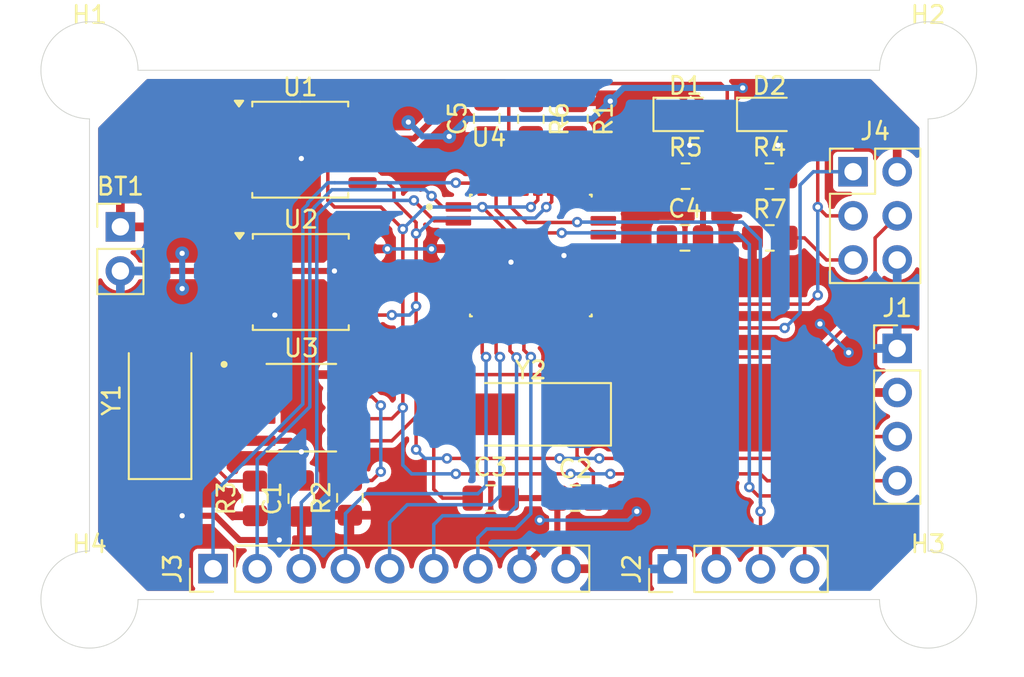
<source format=kicad_pcb>
(kicad_pcb (version 20241229) (generator "pcbnew") (generator_version "9.0")
  (title_block (title "${project_name}") (date "2025-03-10") (rev "1") (company "Krzysztof Tomicki") (comment 1 "2-Layer PCB Version"))
  (layers (0 "F.Cu" signal) (2 "B.Cu" signal) (13 "F.Paste" user) (15 "B.Paste" user) (5 "F.SilkS" user "F.Silkscreen") (7 "B.SilkS" user "B.Silkscreen") (1 "F.Mask" user) (3 "B.Mask" user) (25 "Edge.Cuts" user))
  (property "project_name" "MCU Datalogger with memory and clock")
  (net 0 "")
  (net 1 "GND")
  (net 2 "/VCC")
  (net 3 "Net-(U4-PB7)")
  (net 4 "Net-(U4-PB6)")
  (net 5 "Net-(U4-AREF)")
  (net 6 "Net-(D1-K)")
  (net 7 "Net-(D2-K)")
  (net 8 "/SCK")
  (net 9 "/SDA")
  (net 10 "/TX")
  (net 11 "/RX")
  (net 12 "/D2")
  (net 13 "/D4")
  (net 14 "/D7")
  (net 15 "/D6")
  (net 16 "/D8")
  (net 17 "/D3")
  (net 18 "/D5")
  (net 19 "/RESET")
  (net 20 "/MOSI")
  (net 21 "/MISO")
  (net 22 "Net-(U3-SQW{slash}~INT)")
  (net 23 "Net-(U3-~{INTA})")
  (net 24 "Net-(U3-X1)")
  (net 25 "Net-(U3-X2)")
  (footprint "Capacitor_SMD:C_0805_2012Metric_Pad1.18x1.45mm_HandSolder" (layer "F.Cu") (at 57.912 96.2875 90)
    (property "Reference" "C1" (at 0 -1.68 90) (layer "F.SilkS"))
    (property "Value" "0.1uF")
    (pad "1" smd roundrect (at -1.0375 0 90) (size 1.175 1.45) (layers "F.Cu" "F.Mask" "F.Paste") (roundrect_rratio 0.212766) (net 2 "/VCC"))
    (pad "2" smd roundrect (at 1.0375 0 90) (size 1.175 1.45) (layers "F.Cu" "F.Mask" "F.Paste") (roundrect_rratio 0.212766) (net 1 "GND"))
  )
  (footprint "MountingHole:MountingHole_2.2mm_M2" (layer "F.Cu") (at 93.98 71.628)
    (property "Reference" "H2" (at 0 -3.2 0) (layer "F.SilkS"))
    (property "Value" "MountingHole")
    (pad "" np_thru_hole circle (at 0 0) (size 2.2 2.2) (drill 2.2) (layers "*.Cu" "*.Mask"))
  )
  (footprint "LED_SMD:LED_0805_2012Metric_Pad1.15x1.40mm_HandSolder" (layer "F.Cu") (at 84.845 74.168)
    (property "Reference" "D2" (at 0 -1.65 0) (layer "F.SilkS"))
    (property "Value" "LED")
    (pad "1" smd roundrect (at -1.025 0) (size 1.15 1.4) (layers "F.Cu" "F.Mask" "F.Paste") (roundrect_rratio 0.217391) (net 7 "Net-(D2-K)"))
    (pad "2" smd roundrect (at 1.025 0) (size 1.15 1.4) (layers "F.Cu" "F.Mask" "F.Paste") (roundrect_rratio 0.217391) (net 8 "/SCK"))
  )
  (footprint "Connector_PinHeader_2.54mm:PinHeader_1x04_P2.54mm_Vertical" (layer "F.Cu") (at 79.258 100.345 90)
    (property "Reference" "J2" (at 0 -2.33 90) (layer "F.SilkS"))
    (property "Value" "Conn_01x04_Pin")
    (pad "1" thru_hole rect (at 0 0 90) (size 1.7 1.7) (drill 1) (layers "*.Cu" "*.Mask") (net 1 "GND"))
    (pad "2" thru_hole oval (at 0 2.54 90) (size 1.7 1.7) (drill 1) (layers "*.Cu" "*.Mask") (net 2 "/VCC"))
    (pad "3" thru_hole oval (at 0 5.08 90) (size 1.7 1.7) (drill 1) (layers "*.Cu" "*.Mask") (net 11 "/RX"))
    (pad "4" thru_hole oval (at 0 7.62 90) (size 1.7 1.7) (drill 1) (layers "*.Cu" "*.Mask") (net 10 "/TX"))
  )
  (footprint "Capacitor_SMD:C_0805_2012Metric_Pad1.18x1.45mm_HandSolder" (layer "F.Cu") (at 73.6815 96.266)
    (property "Reference" "C2" (at 0 -1.68 0) (layer "F.SilkS"))
    (property "Value" "22pF")
    (pad "1" smd roundrect (at -1.0375 0) (size 1.175 1.45) (layers "F.Cu" "F.Mask" "F.Paste") (roundrect_rratio 0.212766) (net 1 "GND"))
    (pad "2" smd roundrect (at 1.0375 0) (size 1.175 1.45) (layers "F.Cu" "F.Mask" "F.Paste") (roundrect_rratio 0.212766) (net 3 "Net-(U4-PB7)"))
  )
  (footprint "Resistor_SMD:R_0805_2012Metric_Pad1.20x1.40mm_HandSolder" (layer "F.Cu") (at 80.026 77.724)
    (property "Reference" "R5" (at 0 -1.65 0) (layer "F.SilkS"))
    (property "Value" "330")
    (pad "1" smd roundrect (at -1 0) (size 1.2 1.4) (layers "F.Cu" "F.Mask" "F.Paste") (roundrect_rratio 0.208333) (net 6 "Net-(D1-K)"))
    (pad "2" smd roundrect (at 1 0) (size 1.2 1.4) (layers "F.Cu" "F.Mask" "F.Paste") (roundrect_rratio 0.208333) (net 1 "GND"))
  )
  (footprint "MountingHole:MountingHole_2.2mm_M2" (layer "F.Cu") (at 93.98 102.108)
    (property "Reference" "H3" (at 0 -3.2 0) (layer "F.SilkS"))
    (property "Value" "MountingHole")
    (pad "" np_thru_hole circle (at 0 0) (size 2.2 2.2) (drill 2.2) (layers "*.Cu" "*.Mask"))
  )
  (footprint "Crystal:Crystal_SMD_5032-2Pin_5.0x3.2mm_HandSoldering" (layer "F.Cu") (at 49.784 90.618 90)
    (property "Reference" "Y1" (at 0 -2.8 90) (layer "F.SilkS"))
    (property "Value" "32.768 kHz")
    (pad "1" smd rect (at -2.6 0 90) (size 3.5 2.4) (layers "F.Cu" "F.Mask" "F.Paste") (net 25 "Net-(U3-X2)"))
    (pad "2" smd rect (at 2.6 0 90) (size 3.5 2.4) (layers "F.Cu" "F.Mask" "F.Paste") (net 24 "Net-(U3-X1)"))
  )
  (footprint "Resistor_SMD:R_0805_2012Metric_Pad1.20x1.40mm_HandSolder" (layer "F.Cu") (at 84.8735 81.28 180)
    (property "Reference" "R7" (at 0 1.651 0) (layer "F.SilkS"))
    (property "Value" "10k")
    (pad "1" smd roundrect (at -1 0 180) (size 1.2 1.4) (layers "F.Cu" "F.Mask" "F.Paste") (roundrect_rratio 0.208333) (net 19 "/RESET"))
    (pad "2" smd roundrect (at 1 0 180) (size 1.2 1.4) (layers "F.Cu" "F.Mask" "F.Paste") (roundrect_rratio 0.208333) (net 2 "/VCC"))
  )
  (footprint "LED_SMD:LED_0805_2012Metric_Pad1.15x1.40mm_HandSolder" (layer "F.Cu") (at 80.035 74.168)
    (property "Reference" "D1" (at 0 -1.65 0) (layer "F.SilkS"))
    (property "Value" "LED")
    (pad "1" smd roundrect (at -1.025 0) (size 1.15 1.4) (layers "F.Cu" "F.Mask" "F.Paste") (roundrect_rratio 0.217391) (net 6 "Net-(D1-K)"))
    (pad "2" smd roundrect (at 1.025 0) (size 1.15 1.4) (layers "F.Cu" "F.Mask" "F.Paste") (roundrect_rratio 0.217391) (net 2 "/VCC"))
  )
  (footprint "Connector_PinHeader_2.54mm:PinHeader_1x04_P2.54mm_Vertical" (layer "F.Cu") (at 92.202 87.645)
    (property "Reference" "J1" (at 0 -2.33 0) (layer "F.SilkS"))
    (property "Value" "Conn_01x04_Pin")
    (pad "1" thru_hole rect (at 0 0) (size 1.7 1.7) (drill 1) (layers "*.Cu" "*.Mask") (net 1 "GND"))
    (pad "2" thru_hole oval (at 0 2.54) (size 1.7 1.7) (drill 1) (layers "*.Cu" "*.Mask") (net 2 "/VCC"))
    (pad "3" thru_hole oval (at 0 5.08) (size 1.7 1.7) (drill 1) (layers "*.Cu" "*.Mask") (net 9 "/SDA"))
    (pad "4" thru_hole oval (at 0 7.62) (size 1.7 1.7) (drill 1) (layers "*.Cu" "*.Mask") (net 8 "/SCK"))
  )
  (footprint "Resistor_SMD:R_0805_2012Metric_Pad1.20x1.40mm_HandSolder" (layer "F.Cu") (at 71.12 74.438 -90)
    (property "Reference" "R6" (at 0 -1.65 90) (layer "F.SilkS"))
    (property "Value" "4.7k")
    (pad "1" smd roundrect (at -1 0 270) (size 1.2 1.4) (layers "F.Cu" "F.Mask" "F.Paste") (roundrect_rratio 0.208333) (net 2 "/VCC"))
    (pad "2" smd roundrect (at 1 0 270) (size 1.2 1.4) (layers "F.Cu" "F.Mask" "F.Paste") (roundrect_rratio 0.208333) (net 8 "/SCK"))
  )
  (footprint "Package_SO:SOIC-8_5.3x5.3mm_P1.27mm" (layer "F.Cu") (at 57.849 76.2)
    (property "Reference" "U1" (at 0 -3.6 0) (layer "F.SilkS"))
    (property "Value" "24LC1025")
    (pad "1" smd roundrect (at -3.5875 -1.905) (size 1.625 0.65) (layers "F.Cu" "F.Mask" "F.Paste") (net 2 "/VCC"))
    (pad "2" smd roundrect (at -3.5875 -0.635) (size 1.625 0.65) (layers "F.Cu" "F.Mask" "F.Paste") (net 2 "/VCC"))
    (pad "3" smd roundrect (at -3.5875 0.635) (size 1.625 0.65) (layers "F.Cu" "F.Mask" "F.Paste") (net 2 "/VCC"))
    (pad "4" smd roundrect (at -3.5875 1.905) (size 1.625 0.65) (layers "F.Cu" "F.Mask" "F.Paste") (net 1 "GND"))
    (pad "5" smd roundrect (at 3.5875 1.905) (size 1.625 0.65) (layers "F.Cu" "F.Mask" "F.Paste") (net 9 "/SDA"))
    (pad "6" smd roundrect (at 3.5875 0.635) (size 1.625 0.65) (layers "F.Cu" "F.Mask" "F.Paste") (net 8 "/SCK"))
    (pad "7" smd roundrect (at 3.5875 -0.635) (size 1.625 0.65) (layers "F.Cu" "F.Mask" "F.Paste") (net 1 "GND"))
    (pad "8" smd roundrect (at 3.5875 -1.905) (size 1.625 0.65) (layers "F.Cu" "F.Mask" "F.Paste") (net 2 "/VCC"))
  )
  (footprint "Capacitor_SMD:C_0805_2012Metric_Pad1.18x1.45mm_HandSolder" (layer "F.Cu") (at 68.8125 96.266 180)
    (property "Reference" "C3" (at 0 1.778 0) (layer "F.SilkS"))
    (property "Value" "22pF")
    (pad "1" smd roundrect (at -1.0375 0 180) (size 1.175 1.45) (layers "F.Cu" "F.Mask" "F.Paste") (roundrect_rratio 0.212766) (net 1 "GND"))
    (pad "2" smd roundrect (at 1.0375 0 180) (size 1.175 1.45) (layers "F.Cu" "F.Mask" "F.Paste") (roundrect_rratio 0.212766) (net 4 "Net-(U4-PB6)"))
  )
  (footprint "Resistor_SMD:R_0805_2012Metric_Pad1.20x1.40mm_HandSolder" (layer "F.Cu") (at 84.852 77.724 180)
    (property "Reference" "R4" (at 0 1.651 0) (layer "F.SilkS"))
    (property "Value" "330")
    (pad "1" smd roundrect (at -1 0 180) (size 1.2 1.4) (layers "F.Cu" "F.Mask" "F.Paste") (roundrect_rratio 0.208333) (net 1 "GND"))
    (pad "2" smd roundrect (at 1 0 180) (size 1.2 1.4) (layers "F.Cu" "F.Mask" "F.Paste") (roundrect_rratio 0.208333) (net 7 "Net-(D2-K)"))
  )
  (footprint "Footprints:QFP80P900X900X120-32N" (layer "F.Cu") (at 71.12 82.296)
    (property "Reference" "U4" (at -2.414 -6.79 0) (layer "F.SilkS"))
    (property "Value" "ATMEGA328P-AU")
    (pad "1" smd roundrect (at -4.17 -2.8) (size 1.47 0.55) (layers "F.Cu" "F.Mask" "F.Paste") (roundrect_rratio 0.125) (net 17 "/D3"))
    (pad "2" smd roundrect (at -4.17 -2) (size 1.47 0.55) (layers "F.Cu" "F.Mask" "F.Paste") (roundrect_rratio 0.125) (net 13 "/D4"))
    (pad "3" smd roundrect (at -4.17 -1.2) (size 1.47 0.55) (layers "F.Cu" "F.Mask" "F.Paste") (roundrect_rratio 0.125) (net 1 "GND"))
    (pad "4" smd roundrect (at -4.17 -0.4) (size 1.47 0.55) (layers "F.Cu" "F.Mask" "F.Paste") (roundrect_rratio 0.125) (net 2 "/VCC"))
    (pad "5" smd roundrect (at -4.17 0.4) (size 1.47 0.55) (layers "F.Cu" "F.Mask" "F.Paste") (roundrect_rratio 0.125) (net 1 "GND"))
    (pad "6" smd roundrect (at -4.17 1.2) (size 1.47 0.55) (layers "F.Cu" "F.Mask" "F.Paste") (roundrect_rratio 0.125))
    (pad "7" smd roundrect (at -4.17 2) (size 1.47 0.55) (layers "F.Cu" "F.Mask" "F.Paste") (roundrect_rratio 0.125) (net 4 "Net-(U4-PB6)"))
    (pad "8" smd roundrect (at -4.17 2.8) (size 1.47 0.55) (layers "F.Cu" "F.Mask" "F.Paste") (roundrect_rratio 0.125) (net 3 "Net-(U4-PB7)"))
    (pad "9" smd roundrect (at -2.8 4.17) (size 0.55 1.47) (layers "F.Cu" "F.Mask" "F.Paste") (roundrect_rratio 0.125) (net 18 "/D5"))
    (pad "10" smd roundrect (at -2 4.17) (size 0.55 1.47) (layers "F.Cu" "F.Mask" "F.Paste") (roundrect_rratio 0.125) (net 15 "/D6"))
    (pad "11" smd roundrect (at -1.2 4.17) (size 0.55 1.47) (layers "F.Cu" "F.Mask" "F.Paste") (roundrect_rratio 0.125) (net 14 "/D7"))
    (pad "12" smd roundrect (at -0.4 4.17) (size 0.55 1.47) (layers "F.Cu" "F.Mask" "F.Paste") (roundrect_rratio 0.125) (net 16 "/D8"))
    (pad "13" smd roundrect (at 0.4 4.17) (size 0.55 1.47) (layers "F.Cu" "F.Mask" "F.Paste") (roundrect_rratio 0.125))
    (pad "14" smd roundrect (at 1.2 4.17) (size 0.55 1.47) (layers "F.Cu" "F.Mask" "F.Paste") (roundrect_rratio 0.125))
    (pad "15" smd roundrect (at 2 4.17) (size 0.55 1.47) (layers "F.Cu" "F.Mask" "F.Paste") (roundrect_rratio 0.125) (net 20 "/MOSI"))
    (pad "16" smd roundrect (at 2.8 4.17) (size 0.55 1.47) (layers "F.Cu" "F.Mask" "F.Paste") (roundrect_rratio 0.125) (net 21 "/MISO"))
    (pad "17" smd roundrect (at 4.17 2.8) (size 1.47 0.55) (layers "F.Cu" "F.Mask" "F.Paste") (roundrect_rratio 0.125) (net 8 "/SCK"))
    (pad "18" smd roundrect (at 4.17 2) (size 1.47 0.55) (layers "F.Cu" "F.Mask" "F.Paste") (roundrect_rratio 0.125) (net 2 "/VCC"))
    (pad "19" smd roundrect (at 4.17 1.2) (size 1.47 0.55) (layers "F.Cu" "F.Mask" "F.Paste") (roundrect_rratio 0.125))
    (pad "20" smd roundrect (at 4.17 0.4) (size 1.47 0.55) (layers "F.Cu" "F.Mask" "F.Paste") (roundrect_rratio 0.125) (net 5 "Net-(U4-AREF)"))
    (pad "21" smd roundrect (at 4.17 -0.4) (size 1.47 0.55) (layers "F.Cu" "F.Mask" "F.Paste") (roundrect_rratio 0.125) (net 1 "GND"))
    (pad "22" smd roundrect (at 4.17 -1.2) (size 1.47 0.55) (layers "F.Cu" "F.Mask" "F.Paste") (roundrect_rratio 0.125))
    (pad "23" smd roundrect (at 4.17 -2) (size 1.47 0.55) (layers "F.Cu" "F.Mask" "F.Paste") (roundrect_rratio 0.125))
    (pad "24" smd roundrect (at 4.17 -2.8) (size 1.47 0.55) (layers "F.Cu" "F.Mask" "F.Paste") (roundrect_rratio 0.125))
    (pad "25" smd roundrect (at 2.8 -4.17) (size 0.55 1.47) (layers "F.Cu" "F.Mask" "F.Paste") (roundrect_rratio 0.125))
    (pad "26" smd roundrect (at 2 -4.17) (size 0.55 1.47) (layers "F.Cu" "F.Mask" "F.Paste") (roundrect_rratio 0.125))
    (pad "27" smd roundrect (at 1.2 -4.17) (size 0.55 1.47) (layers "F.Cu" "F.Mask" "F.Paste") (roundrect_rratio 0.125) (net 9 "/SDA"))
    (pad "28" smd roundrect (at 0.4 -4.17) (size 0.55 1.47) (layers "F.Cu" "F.Mask" "F.Paste") (roundrect_rratio 0.125) (net 8 "/SCK"))
    (pad "29" smd roundrect (at -0.4 -4.17) (size 0.55 1.47) (layers "F.Cu" "F.Mask" "F.Paste") (roundrect_rratio 0.125) (net 19 "/RESET"))
    (pad "30" smd roundrect (at -1.2 -4.17) (size 0.55 1.47) (layers "F.Cu" "F.Mask" "F.Paste") (roundrect_rratio 0.125) (net 11 "/RX"))
    (pad "31" smd roundrect (at -2 -4.17) (size 0.55 1.47) (layers "F.Cu" "F.Mask" "F.Paste") (roundrect_rratio 0.125) (net 10 "/TX"))
    (pad "32" smd roundrect (at -2.8 -4.17) (size 0.55 1.47) (layers "F.Cu" "F.Mask" "F.Paste") (roundrect_rratio 0.125) (net 12 "/D2"))
  )
  (footprint "Crystal:Crystal_SMD_5032-2Pin_5.0x3.2mm_HandSoldering" (layer "F.Cu") (at 71.18 91.44 180)
    (property "Reference" "Y2" (at 0.06 2.54 0) (layer "F.SilkS"))
    (property "Value" "16 MHz")
    (pad "1" smd rect (at -2.6 0 180) (size 3.5 2.4) (layers "F.Cu" "F.Mask" "F.Paste") (net 3 "Net-(U4-PB7)"))
    (pad "2" smd rect (at 2.6 0 180) (size 3.5 2.4) (layers "F.Cu" "F.Mask" "F.Paste") (net 4 "Net-(U4-PB6)"))
  )
  (footprint "Resistor_SMD:R_0805_2012Metric_Pad1.20x1.40mm_HandSolder" (layer "F.Cu") (at 60.706 96.25 90)
    (property "Reference" "R2" (at 0 -1.65 90) (layer "F.SilkS"))
    (property "Value" "10k")
    (pad "1" smd roundrect (at -1 0 90) (size 1.2 1.4) (layers "F.Cu" "F.Mask" "F.Paste") (roundrect_rratio 0.208333) (net 2 "/VCC"))
    (pad "2" smd roundrect (at 1 0 90) (size 1.2 1.4) (layers "F.Cu" "F.Mask" "F.Paste") (roundrect_rratio 0.208333) (net 22 "Net-(U3-SQW{slash}~INT)"))
  )
  (footprint "MountingHole:MountingHole_2.2mm_M2" (layer "F.Cu") (at 45.72 71.628)
    (property "Reference" "H1" (at 0 -3.2 0) (layer "F.SilkS"))
    (property "Value" "MountingHole")
    (pad "" np_thru_hole circle (at 0 0) (size 2.2 2.2) (drill 2.2) (layers "*.Cu" "*.Mask"))
  )
  (footprint "Resistor_SMD:R_0805_2012Metric_Pad1.20x1.40mm_HandSolder" (layer "F.Cu") (at 73.66 74.438 -90)
    (property "Reference" "R1" (at 0 -1.65 90) (layer "F.SilkS"))
    (property "Value" "4.7k")
    (pad "1" smd roundrect (at -1 0 270) (size 1.2 1.4) (layers "F.Cu" "F.Mask" "F.Paste") (roundrect_rratio 0.208333) (net 2 "/VCC"))
    (pad "2" smd roundrect (at 1 0 270) (size 1.2 1.4) (layers "F.Cu" "F.Mask" "F.Paste") (roundrect_rratio 0.208333) (net 9 "/SDA"))
  )
  (footprint "Package_SO:SOIC-8_5.3x5.3mm_P1.27mm" (layer "F.Cu") (at 57.8805 83.82)
    (property "Reference" "U2" (at 0 -3.6 0) (layer "F.SilkS"))
    (property "Value" "24LC1025")
    (pad "1" smd roundrect (at -3.5875 -1.905) (size 1.625 0.65) (layers "F.Cu" "F.Mask" "F.Paste") (net 2 "/VCC"))
    (pad "2" smd roundrect (at -3.5875 -0.635) (size 1.625 0.65) (layers "F.Cu" "F.Mask" "F.Paste") (net 1 "GND"))
    (pad "3" smd roundrect (at -3.5875 0.635) (size 1.625 0.65) (layers "F.Cu" "F.Mask" "F.Paste") (net 2 "/VCC"))
    (pad "4" smd roundrect (at -3.5875 1.905) (size 1.625 0.65) (layers "F.Cu" "F.Mask" "F.Paste") (net 1 "GND"))
    (pad "5" smd roundrect (at 3.5875 1.905) (size 1.625 0.65) (layers "F.Cu" "F.Mask" "F.Paste") (net 9 "/SDA"))
    (pad "6" smd roundrect (at 3.5875 0.635) (size 1.625 0.65) (layers "F.Cu" "F.Mask" "F.Paste") (net 8 "/SCK"))
    (pad "7" smd roundrect (at 3.5875 -0.635) (size 1.625 0.65) (layers "F.Cu" "F.Mask" "F.Paste") (net 1 "GND"))
    (pad "8" smd roundrect (at 3.5875 -1.905) (size 1.625 0.65) (layers "F.Cu" "F.Mask" "F.Paste") (net 2 "/VCC"))
  )
  (footprint "Connector_PinHeader_2.54mm:PinHeader_2x03_P2.54mm_Vertical" (layer "F.Cu") (at 89.662 77.47)
    (property "Reference" "J4" (at 1.27 -2.33 0) (layer "F.SilkS"))
    (property "Value" "Conn_02x03_Odd_Even")
    (pad "1" thru_hole rect (at 0 0) (size 1.7 1.7) (drill 1) (layers "*.Cu" "*.Mask") (net 21 "/MISO"))
    (pad "2" thru_hole oval (at 2.54 0) (size 1.7 1.7) (drill 1) (layers "*.Cu" "*.Mask") (net 2 "/VCC"))
    (pad "3" thru_hole oval (at 0 2.54) (size 1.7 1.7) (drill 1) (layers "*.Cu" "*.Mask") (net 8 "/SCK"))
    (pad "4" thru_hole oval (at 2.54 2.54) (size 1.7 1.7) (drill 1) (layers "*.Cu" "*.Mask") (net 20 "/MOSI"))
    (pad "5" thru_hole oval (at 0 5.08) (size 1.7 1.7) (drill 1) (layers "*.Cu" "*.Mask") (net 19 "/RESET"))
    (pad "6" thru_hole oval (at 2.54 5.08) (size 1.7 1.7) (drill 1) (layers "*.Cu" "*.Mask") (net 1 "GND"))
  )
  (footprint "Resistor_SMD:R_0805_2012Metric_Pad1.20x1.40mm_HandSolder" (layer "F.Cu") (at 55.245 96.282 90)
    (property "Reference" "R3" (at 0 -1.65 90) (layer "F.SilkS"))
    (property "Value" "10k")
    (pad "1" smd roundrect (at -1 0 90) (size 1.2 1.4) (layers "F.Cu" "F.Mask" "F.Paste") (roundrect_rratio 0.208333) (net 2 "/VCC"))
    (pad "2" smd roundrect (at 1 0 90) (size 1.2 1.4) (layers "F.Cu" "F.Mask" "F.Paste") (roundrect_rratio 0.208333) (net 23 "Net-(U3-~{INTA})"))
  )
  (footprint "Connector_PinHeader_2.54mm:PinHeader_1x02_P2.54mm_Vertical" (layer "F.Cu") (at 47.498 80.645)
    (property "Reference" "BT1" (at 0 -2.33 0) (layer "F.SilkS"))
    (property "Value" "Battery")
    (pad "1" thru_hole rect (at 0 0) (size 1.7 1.7) (drill 1) (layers "*.Cu" "*.Mask") (net 2 "/VCC"))
    (pad "2" thru_hole oval (at 0 2.54) (size 1.7 1.7) (drill 1) (layers "*.Cu" "*.Mask") (net 1 "GND"))
  )
  (footprint "Capacitor_SMD:C_0805_2012Metric_Pad1.18x1.45mm_HandSolder" (layer "F.Cu") (at 68.58 74.4005 90)
    (property "Reference" "C5" (at 0 -1.68 90) (layer "F.SilkS"))
    (property "Value" "100nF")
    (pad "1" smd roundrect (at -1.0375 0 90) (size 1.175 1.45) (layers "F.Cu" "F.Mask" "F.Paste") (roundrect_rratio 0.212766) (net 2 "/VCC"))
    (pad "2" smd roundrect (at 1.0375 0 90) (size 1.175 1.45) (layers "F.Cu" "F.Mask" "F.Paste") (roundrect_rratio 0.212766) (net 1 "GND"))
  )
  (footprint "Connector_PinHeader_2.54mm:PinHeader_1x09_P2.54mm_Vertical" (layer "F.Cu") (at 52.832 100.33 90)
    (property "Reference" "J3" (at 0 -2.33 90) (layer "F.SilkS"))
    (property "Value" "Conn_01x09_Pin")
    (pad "1" thru_hole rect (at 0 0 90) (size 1.7 1.7) (drill 1) (layers "*.Cu" "*.Mask") (net 12 "/D2"))
    (pad "2" thru_hole oval (at 0 2.54 90) (size 1.7 1.7) (drill 1) (layers "*.Cu" "*.Mask") (net 17 "/D3"))
    (pad "3" thru_hole oval (at 0 5.08 90) (size 1.7 1.7) (drill 1) (layers "*.Cu" "*.Mask") (net 13 "/D4"))
    (pad "4" thru_hole oval (at 0 7.62 90) (size 1.7 1.7) (drill 1) (layers "*.Cu" "*.Mask") (net 18 "/D5"))
    (pad "5" thru_hole oval (at 0 10.16 90) (size 1.7 1.7) (drill 1) (layers "*.Cu" "*.Mask") (net 15 "/D6"))
    (pad "6" thru_hole oval (at 0 12.7 90) (size 1.7 1.7) (drill 1) (layers "*.Cu" "*.Mask") (net 14 "/D7"))
    (pad "7" thru_hole oval (at 0 15.24 90) (size 1.7 1.7) (drill 1) (layers "*.Cu" "*.Mask") (net 16 "/D8"))
    (pad "8" thru_hole oval (at 0 17.78 90) (size 1.7 1.7) (drill 1) (layers "*.Cu" "*.Mask") (net 1 "GND"))
    (pad "9" thru_hole oval (at 0 20.32 90) (size 1.7 1.7) (drill 1) (layers "*.Cu" "*.Mask") (net 2 "/VCC"))
  )
  (footprint "MountingHole:MountingHole_2.2mm_M2" (layer "F.Cu") (at 45.72 102.108)
    (property "Reference" "H4" (at 0 -3.2 0) (layer "F.SilkS"))
    (property "Value" "MountingHole")
    (pad "" np_thru_hole circle (at 0 0) (size 2.2 2.2) (drill 2.2) (layers "*.Cu" "*.Mask"))
  )
  (footprint "Footprints:SOIC127P600X175-8N" (layer "F.Cu") (at 57.912 91.059)
    (property "Reference" "U3" (at 0 -3.429 0) (layer "F.SilkS"))
    (property "Value" "DS1337S+")
    (pad "1" smd roundrect (at -2.475 -1.905) (size 1.97 0.59) (layers "F.Cu" "F.Mask" "F.Paste") (roundrect_rratio 0.125) (net 24 "Net-(U3-X1)"))
    (pad "2" smd roundrect (at -2.475 -0.635) (size 1.97 0.59) (layers "F.Cu" "F.Mask" "F.Paste") (roundrect_rratio 0.125) (net 25 "Net-(U3-X2)"))
    (pad "3" smd roundrect (at -2.475 0.635) (size 1.97 0.59) (layers "F.Cu" "F.Mask" "F.Paste") (roundrect_rratio 0.125) (net 23 "Net-(U3-~{INTA})"))
    (pad "4" smd roundrect (at -2.475 1.905) (size 1.97 0.59) (layers "F.Cu" "F.Mask" "F.Paste") (roundrect_rratio 0.125) (net 1 "GND"))
    (pad "5" smd roundrect (at 2.475 1.905) (size 1.97 0.59) (layers "F.Cu" "F.Mask" "F.Paste") (roundrect_rratio 0.125) (net 9 "/SDA"))
    (pad "6" smd roundrect (at 2.475 0.635) (size 1.97 0.59) (layers "F.Cu" "F.Mask" "F.Paste") (roundrect_rratio 0.125) (net 8 "/SCK"))
    (pad "7" smd roundrect (at 2.475 -0.635) (size 1.97 0.59) (layers "F.Cu" "F.Mask" "F.Paste") (roundrect_rratio 0.125) (net 22 "Net-(U3-SQW{slash}~INT)"))
    (pad "8" smd roundrect (at 2.475 -1.905) (size 1.97 0.59) (layers "F.Cu" "F.Mask" "F.Paste") (roundrect_rratio 0.125) (net 2 "/VCC"))
  )
  (footprint "Capacitor_SMD:C_0805_2012Metric_Pad1.18x1.45mm_HandSolder" (layer "F.Cu") (at 79.9885 81.28)
    (property "Reference" "C4" (at 0 -1.68 0) (layer "F.SilkS"))
    (property "Value" "0.1uF")
    (pad "1" smd roundrect (at -1.0375 0) (size 1.175 1.45) (layers "F.Cu" "F.Mask" "F.Paste") (roundrect_rratio 0.212766) (net 5 "Net-(U4-AREF)"))
    (pad "2" smd roundrect (at 1.0375 0) (size 1.175 1.45) (layers "F.Cu" "F.Mask" "F.Paste") (roundrect_rratio 0.212766) (net 1 "GND"))
  )
  (gr_line (start 91.186 102.108) (end 48.514 102.108) (stroke (width 0.05)) (layer "Edge.Cuts"))
  (gr_arc (start 93.98 99.314) (mid 95.955656 104.083656) (end 91.186 102.108) (stroke (width 0.05)) (layer "Edge.Cuts"))
  (gr_line (start 93.98 74.422) (end 93.98 99.314) (stroke (width 0.05)) (layer "Edge.Cuts"))
  (gr_line (start 48.514 71.628) (end 91.186 71.628) (stroke (width 0.05)) (layer "Edge.Cuts"))
  (gr_arc (start 48.514 102.108) (mid 43.744344 104.083656) (end 45.72 99.314) (stroke (width 0.05)) (layer "Edge.Cuts"))
  (gr_arc (start 45.72 74.422) (mid 43.744344 69.652344) (end 48.514 71.628) (stroke (width 0.05)) (layer "Edge.Cuts"))
  (gr_line (start 45.72 99.314) (end 45.72 74.422) (stroke (width 0.05)) (layer "Edge.Cuts"))
  (gr_arc (start 91.186 71.628) (mid 95.955656 69.652344) (end 93.98 74.422) (stroke (width 0.05)) (layer "Edge.Cuts"))
  (segment (start 57.912 93.599) (end 57.277 92.964) (width 0.35) (layer "F.Cu") (net 1))
  (segment (start 66.95 81.096) (end 68.396 81.096) (width 0.35) (layer "F.Cu") (net 1))
  (segment (start 68.58 73.363) (end 66.591 73.363) (width 0.35) (layer "F.Cu") (net 1))
  (segment (start 59.055 75.565) (end 61.4365 75.565) (width 0.35) (layer "F.Cu") (net 1))
  (segment (start 81.026 77.724) (end 81.026 76.708) (width 0.35) (layer "F.Cu") (net 1))
  (segment (start 57.277 92.964) (end 55.437 92.964) (width 0.35) (layer "F.Cu") (net 1))
  (segment (start 75.29 81.896) (end 73.425 81.896) (width 0.35) (layer "F.Cu") (net 1))
  (segment (start 73.425 81.896) (end 73.025 82.296) (width 0.35) (layer "F.Cu") (net 1))
  (segment (start 81.026 76.708) (end 80.264 75.946) (width 0.35) (layer "F.Cu") (net 1))
  (segment (start 85.852 76.454) (end 85.852 77.724) (width 0.35) (layer "F.Cu") (net 1))
  (segment (start 72.644 96.266) (end 69.85 96.266) (width 0.35) (layer "F.Cu") (net 1))
  (segment (start 56.388 85.725) (end 54.293 85.725) (width 0.35) (layer "F.Cu") (net 1))
  (segment (start 72.644 96.266) (end 72.644 98.298) (width 0.35) (layer "F.Cu") (net 1))
  (segment (start 66.591 73.363) (end 64.389 75.565) (width 0.35) (layer "F.Cu") (net 1))
  (segment (start 64.389 75.565) (end 61.4365 75.565) (width 0.35) (layer "F.Cu") (net 1))
  (segment (start 81.026 81.28) (end 81.026 77.724) (width 0.35) (layer "F.Cu") (net 1))
  (segment (start 57.912 95.25) (end 57.912 93.599) (width 0.35) (layer "F.Cu") (net 1))
  (segment (start 56.515 78.105) (end 57.912 76.708) (width 0.35) (layer "F.Cu") (net 1))
  (segment (start 68.396 81.096) (end 69.977 82.677) (width 0.35) (layer "F.Cu") (net 1))
  (segment (start 59.055 75.565) (end 57.912 76.708) (width 0.35) (layer "F.Cu") (net 1))
  (segment (start 61.468 83.185) (end 59.817 83.185) (width 0.35) (layer "F.Cu") (net 1))
  (segment (start 66.95 81.096) (end 67.049 80.997) (width 0.35) (layer "F.Cu") (net 1))
  (segment (start 54.356 98.679) (end 52.959 97.282) (width 0.35) (layer "F.Cu") (net 1))
  (segment (start 69.977 82.677) (end 66.969 82.677) (width 0.35) (layer "F.Cu") (net 1))
  (segment (start 85.344 75.946) (end 85.852 76.454) (width 0.35) (layer "F.Cu") (net 1))
  (segment (start 59.817 83.185) (end 54.293 83.185) (width 0.35) (layer "F.Cu") (net 1))
  (segment (start 52.959 97.282) (end 51.054 97.282) (width 0.35) (layer "F.Cu") (net 1))
  (segment (start 56.642 98.679) (end 54.356 98.679) (width 0.35) (layer "F.Cu") (net 1))
  (segment (start 54.2615 78.105) (end 56.515 78.105) (width 0.35) (layer "F.Cu") (net 1))
  (segment (start 54.293 83.185) (end 47.498 83.185) (width 0.35) (layer "F.Cu") (net 1))
  (segment (start 72.644 98.298) (end 70.612 100.33) (width 0.35) (layer "F.Cu") (net 1))
  (via (at 56.388 85.725) (size 0.9) (drill 0.3) (layers "F.Cu" "B.Cu") (net 1))
  (via (at 73.025 82.296) (size 0.9) (drill 0.3) (layers "F.Cu" "B.Cu") (net 1))
  (via (at 57.912 76.708) (size 0.9) (drill 0.3) (layers "F.Cu" "B.Cu") (net 1))
  (via (at 56.642 98.679) (size 0.9) (drill 0.3) (layers "F.Cu" "B.Cu") (net 1))
  (via (at 85.344 75.946) (size 0.9) (drill 0.3) (layers "F.Cu" "B.Cu") (net 1))
  (via (at 80.264 75.946) (size 0.9) (drill 0.3) (layers "F.Cu" "B.Cu") (net 1))
  (via (at 69.977 82.677) (size 0.9) (drill 0.3) (layers "F.Cu" "B.Cu") (net 1))
  (via (at 59.817 83.185) (size 0.9) (drill 0.3) (layers "F.Cu" "B.Cu") (net 1))
  (via (at 51.054 97.282) (size 0.9) (drill 0.3) (layers "F.Cu" "B.Cu") (net 1))
  (via (at 57.912 93.599) (size 0.9) (drill 0.3) (layers "F.Cu" "B.Cu") (net 1))
  (segment (start 92.202 82.55) (end 92.202 84.074) (width 0.35) (layer "B.Cu") (net 1))
  (segment (start 81.06 73.567) (end 80.391 72.898) (width 0.35) (layer "F.Cu") (net 2))
  (segment (start 63.754 74.295) (end 64.0715 74.6125) (width 0.35) (layer "F.Cu") (net 2))
  (segment (start 81.06 74.168) (end 81.06 73.567) (width 0.2) (layer "F.Cu") (net 2))
  (segment (start 81.798 100.345) (end 81.798 98.435) (width 0.35) (layer "F.Cu") (net 2))
  (segment (start 62.865 81.915) (end 61.468 81.915) (width 0.2) (layer "F.Cu") (net 2))
  (segment (start 92.202 77.47) (end 92.202 75.946) (width 0.35) (layer "F.Cu") (net 2))
  (segment (start 65.424 81.896) (end 65.405 81.915) (width 0.2) (layer "F.Cu") (net 2))
  (segment (start 92.202 90.185) (end 90.409 90.185) (width 0.35) (layer "F.Cu") (net 2))
  (segment (start 66.95 81.896) (end 65.424 81.896) (width 0.2) (layer "F.Cu") (net 2))
  (segment (start 73.66 73.438) (end 71.12 73.438) (width 0.35) (layer "F.Cu") (net 2))
  (segment (start 61.4365 74.295) (end 63.754 74.295) (width 0.35) (layer "F.Cu") (net 2))
  (via (at 87.757 86.233) (size 0.6) (drill 0.3) (layers "F.Cu" "B.Cu") (net 2))
  (via (at 83.312 72.644) (size 0.6) (drill 0.3) (layers "F.Cu" "B.Cu") (net 2))
  (via (at 71.628 97.536) (size 0.6) (drill 0.3) (layers "F.Cu" "B.Cu") (net 2))
  (via (at 62.865 81.915) (size 0.6) (drill 0.3) (layers "F.Cu" "B.Cu") (net 2))
  (via (at 89.408 87.884) (size 0.6) (drill 0.3) (layers "F.Cu" "B.Cu") (net 2))
  (via (at 64.0715 74.6125) (size 0.8) (drill 0.3) (layers "F.Cu" "B.Cu") (net 2))
  (via (at 77.216 97.028) (size 0.6) (drill 0.3) (layers "F.Cu" "B.Cu") (net 2))
  (via (at 65.405 81.915) (size 0.6) (drill 0.3) (layers "F.Cu" "B.Cu") (net 2))
  (via (at 75.692 73.406) (size 0.8) (drill 0.3) (layers "F.Cu" "B.Cu") (net 2))
  (via (at 51.054 84.201) (size 0.8) (drill 0.3) (layers "F.Cu" "B.Cu") (net 2))
  (via (at 66.421 75.438) (size 0.8) (drill 0.3) (layers "F.Cu" "B.Cu") (net 2))
  (via (at 51.054 82.169) (size 0.8) (drill 0.3) (layers "F.Cu" "B.Cu") (net 2))
  (segment (start 66.421 75.438) (end 64.897 75.438) (width 0.35) (layer "B.Cu") (net 2))
  (segment (start 51.054 84.201) (end 51.054 82.169) (width 0.35) (layer "B.Cu") (net 2))
  (segment (start 83.312 72.644) (end 76.454 72.644) (width 0.35) (layer "B.Cu") (net 2))
  (segment (start 65.405 81.915) (end 62.865 81.915) (width 0.2) (layer "B.Cu") (net 2))
  (segment (start 76.454 72.644) (end 75.692 73.406) (width 0.35) (layer "B.Cu") (net 2))
  (segment (start 71.628 97.536) (end 76.708 97.536) (width 0.2) (layer "B.Cu") (net 2))
  (segment (start 74.676 74.422) (end 75.692 73.406) (width 0.35) (layer "B.Cu") (net 2))
  (segment (start 66.421 75.438) (end 67.437 74.422) (width 0.35) (layer "B.Cu") (net 2))
  (segment (start 64.897 75.438) (end 64.0715 74.6125) (width 0.35) (layer "B.Cu") (net 2))
  (segment (start 67.437 74.422) (end 74.676 74.422) (width 0.35) (layer "B.Cu") (net 2))
  (segment (start 76.708 97.536) (end 77.216 97.028) (width 0.2) (layer "B.Cu") (net 2))
  (segment (start 87.757 86.233) (end 89.408 87.884) (width 0.2) (layer "B.Cu") (net 2))
  (segment (start 74.719 94.785) (end 74.719 96.266) (width 0.2) (layer "F.Cu") (net 3))
  (segment (start 67.564 89.154) (end 73.152 89.154) (width 0.2) (layer "F.Cu") (net 3))
  (segment (start 73.78 93.846) (end 74.719 94.785) (width 0.2) (layer "F.Cu") (net 3))
  (segment (start 66.95 88.54) (end 67.564 89.154) (width 0.2) (layer "F.Cu") (net 3))
  (segment (start 73.152 89.154) (end 73.78 89.782) (width 0.2) (layer "F.Cu") (net 3))
  (segment (start 73.78 89.782) (end 73.78 91.44) (width 0.2) (layer "F.Cu") (net 3))
  (segment (start 66.95 85.096) (end 66.95 88.54) (width 0.2) (layer "F.Cu") (net 3))
  (segment (start 73.78 91.44) (end 73.78 93.846) (width 0.2) (layer "F.Cu") (net 3))
  (segment (start 67.775 96.266) (end 66.04 96.266) (width 0.2) (layer "F.Cu") (net 4))
  (segment (start 65.532 84.55) (end 65.786 84.296) (width 0.2) (layer "F.Cu") (net 4))
  (segment (start 65.786 84.296) (end 66.95 84.296) (width 0.2) (layer "F.Cu") (net 4))
  (segment (start 65.532 95.758) (end 65.532 90.805) (width 0.2) (layer "F.Cu") (net 4))
  (segment (start 65.532 90.805) (end 65.532 84.55) (width 0.2) (layer "F.Cu") (net 4))
  (segment (start 68.58 91.44) (end 66.167 91.44) (width 0.2) (layer "F.Cu") (net 4))
  (segment (start 66.04 96.266) (end 65.532 95.758) (width 0.2) (layer "F.Cu") (net 4))
  (segment (start 66.167 91.44) (end 65.532 90.805) (width 0.2) (layer "F.Cu") (net 4))
  (segment (start 78.951 82.339) (end 78.594 82.696) (width 0.2) (layer "F.Cu") (net 5))
  (segment (start 78.594 82.696) (end 75.29 82.696) (width 0.2) (layer "F.Cu") (net 5))
  (segment (start 78.951 81.28) (end 78.951 82.339) (width 0.2) (layer "F.Cu") (net 5))
  (segment (start 79.01 77.708) (end 79.026 77.724) (width 0.2) (layer "F.Cu") (net 6))
  (segment (start 79.01 74.168) (end 79.01 77.708) (width 0.2) (layer "F.Cu") (net 6))
  (segment (start 83.82 74.422) (end 83.852 74.454) (width 0.2) (layer "F.Cu") (net 7))
  (segment (start 83.852 74.454) (end 83.852 77.724) (width 0.2) (layer "F.Cu") (net 7))
  (segment (start 83.82 74.168) (end 83.82 74.422) (width 0.2) (layer "F.Cu") (net 7))
  (segment (start 75.29 85.096) (end 87.116 85.096) (width 0.2) (layer "F.Cu") (net 8))
  (segment (start 59.436 79.121) (end 59.436 77.216) (width 0.2) (layer "F.Cu") (net 8))
  (segment (start 63.754 80.772) (end 62.484 79.502) (width 0.2) (layer "F.Cu") (net 8))
  (segment (start 63.754 84.328) (end 63.754 83.947) (width 0.2) (layer "F.Cu") (net 8))
  (segment (start 59.436 77.216) (end 59.817 76.835) (width 0.2) (layer "F.Cu") (net 8))
  (segment (start 87.116 85.096) (end 87.63 84.582) (width 0.2) (layer "F.Cu") (net 8))
  (segment (start 68.326 79.502) (end 73.92 85.096) (width 0.2) (layer "F.Cu") (net 8))
  (segment (start 71.52 78.126) (end 71.52 76.7905) (width 0.2) (layer "F.Cu") (net 8))
  (segment (start 63.246 84.455) (end 63.754 83.947) (width 0.2) (layer "F.Cu") (net 8))
  (segment (start 66.802 94.869) (end 73.406 94.869) (width 0.2) (layer "F.Cu") (net 8))
  (segment (start 62.484 79.502) (end 59.817 79.502) (width 0.2) (layer "F.Cu") (net 8))
  (segment (start 71.52 78.126) (end 71.52 79.102) (width 0.2) (layer "F.Cu") (net 8))
  (segment (start 63.754 91.059) (end 63.754 90.15) (width 0.2) (layer "F.Cu") (net 8))
  (segment (start 63.754 80.772) (end 63.754 83.947) (width 0.2) (layer "F.Cu") (net 8))
  (segment (start 63.119 91.694) (end 63.754 91.059) (width 0.2) (layer "F.Cu") (net 8))
  (segment (start 84.328 94.869) (end 84.724 95.265) (width 0.2) (layer "F.Cu") (net 8))
  (segment (start 87.63 79.502) (end 88.138 80.01) (width 0.2) (layer "F.Cu") (net 8))
  (segment (start 71.52 79.102) (end 71.12 79.502) (width 0.2) (layer "F.Cu") (net 8))
  (segment (start 60.387 91.694) (end 63.119 91.694) (width 0.2) (layer "F.Cu") (net 8))
  (segment (start 71.12 76.3905) (end 71.12 75.438) (width 0.2) (layer "F.Cu") (net 8))
  (segment (start 85.87 74.168) (end 87.122 74.168) (width 0.2) (layer "F.Cu") (net 8))
  (segment (start 59.817 76.835) (end 61.4365 76.835) (width 0.2) (layer "F.Cu") (net 8))
  (segment (start 61.468 84.455) (end 63.246 84.455) (width 0.2) (layer "F.Cu") (net 8))
  (segment (start 88.138 80.01) (end 89.662 80.01) (width 0.2) (layer "F.Cu") (net 8))
  (segment (start 73.92 85.096) (end 75.29 85.096) (width 0.2) (layer "F.Cu") (net 8))
  (segment (start 84.724 95.265) (end 92.202 95.265) (width 0.2) (layer "F.Cu") (net 8))
  (segment (start 59.817 79.502) (end 59.436 79.121) (width 0.2) (layer "F.Cu") (net 8))
  (segment (start 87.63 74.676) (end 87.63 79.502) (width 0.2) (layer "F.Cu") (net 8))
  (segment (start 63.754 90.15) (end 63.754 84.328) (width 0.2) (layer "F.Cu") (net 8))
  (segment (start 75.692 94.869) (end 84.328 94.869) (width 0.2) (layer "F.Cu") (net 8))
  (segment (start 71.52 76.7905) (end 71.12 76.3905) (width 0.2) (layer "F.Cu") (net 8))
  (segment (start 87.122 74.168) (end 87.63 74.676) (width 0.2) (layer "F.Cu") (net 8))
  (via (at 63.754 91.059) (size 0.6) (drill 0.3) (layers "F.Cu" "B.Cu") (net 8))
  (via (at 87.63 84.582) (size 0.6) (drill 0.3) (layers "F.Cu" "B.Cu") (net 8))
  (via (at 68.326 79.502) (size 0.6) (drill 0.3) (layers "F.Cu" "B.Cu") (net 8))
  (via (at 87.63 79.502) (size 0.6) (drill 0.3) (layers "F.Cu" "B.Cu") (net 8))
  (via (at 73.406 94.869) (size 0.6) (drill 0.3) (layers "F.Cu" "B.Cu") (net 8))
  (via (at 63.754 80.772) (size 0.6) (drill 0.3) (layers "F.Cu" "B.Cu") (net 8))
  (via (at 66.802 94.869) (size 0.6) (drill 0.3) (layers "F.Cu" "B.Cu") (net 8))
  (via (at 71.12 79.502) (size 0.6) (drill 0.3) (layers "F.Cu" "B.Cu") (net 8))
  (via (at 75.692 94.869) (size 0.6) (drill 0.3) (layers "F.Cu" "B.Cu") (net 8))
  (segment (start 64.262 94.869) (end 63.754 94.361) (width 0.2) (layer "B.Cu") (net 8))
  (segment (start 65.024 79.502) (end 71.12 79.502) (width 0.2) (layer "B.Cu") (net 8))
  (segment (start 66.802 94.869) (end 64.262 94.869) (width 0.2) (layer "B.Cu") (net 8))
  (segment (start 63.754 94.361) (end 63.754 91.059) (width 0.2) (layer "B.Cu") (net 8))
  (segment (start 73.406 94.869) (end 75.692 94.869) (width 0.2) (layer "B.Cu") (net 8))
  (segment (start 87.63 84.582) (end 87.63 79.502) (width 0.2) (layer "B.Cu") (net 8))
  (segment (start 63.754 80.772) (end 65.024 79.502) (width 0.2) (layer "B.Cu") (net 8))
  (segment (start 63.246 78.486) (end 63.246 79.121) (width 0.2) (layer "F.Cu") (net 9))
  (segment (start 72.32 78.126) (end 72.32 76.778) (width 0.2) (layer "F.Cu") (net 9))
  (segment (start 61.468 85.725) (end 63.119 85.725) (width 0.2) (layer "F.Cu") (net 9))
  (segment (start 64.516 93.472) (end 64.516 91.567) (width 0.2) (layer "F.Cu") (net 9))
  (segment (start 87.6225 92.725) (end 92.202 92.725) (width 0.2) (layer "F.Cu") (net 9))
  (segment (start 72.32 79.191) (end 72.009 79.502) (width 0.2) (layer "F.Cu") (net 9))
  (segment (start 63.119 92.964) (end 60.387 92.964) (width 0.2) (layer "F.Cu") (net 9))
  (segment (start 72.32 78.126) (end 72.32 79.191) (width 0.2) (layer "F.Cu") (net 9))
  (segment (start 64.516 80.391) (end 64.516 81.026) (width 0.2) (layer "F.Cu") (net 9))
  (segment (start 72.32 76.778) (end 73.66 75.438) (width 0.2) (layer "F.Cu") (net 9))
  (segment (start 66.294 93.98) (end 72.771 93.98) (width 0.2) (layer "F.Cu") (net 9))
  (segment (start 64.516 85.217) (end 64.516 91.567) (width 0.2) (layer "F.Cu") (net 9))
  (segment (start 62.865 78.105) (end 63.246 78.486) (width 0.2) (layer "F.Cu") (net 9))
  (segment (start 64.516 85.217) (end 64.516 81.026) (width 0.2) (layer "F.Cu") (net 9))
  (segment (start 75.057 93.98) (end 86.3675 93.98) (width 0.2) (layer "F.Cu") (net 9))
  (segment (start 64.516 91.567) (end 63.119 92.964) (width 0.2) (layer "F.Cu") (net 9))
  (segment (start 63.246 79.121) (end 64.516 80.391) (width 0.2) (layer "F.Cu") (net 9))
  (segment (start 86.3675 93.98) (end 87.6225 92.725) (width 0.2) (layer "F.Cu") (net 9))
  (segment (start 61.4365 78.105) (end 62.865 78.105) (width 0.2) (layer "F.Cu") (net 9))
  (via (at 64.516 81.026) (size 0.6) (drill 0.3) (layers "F.Cu" "B.Cu") (net 9))
  (via (at 75.057 93.98) (size 0.6) (drill 0.3) (layers "F.Cu" "B.Cu") (net 9))
  (via (at 72.771 93.98) (size 0.6) (drill 0.3) (layers "F.Cu" "B.Cu") (net 9))
  (via (at 64.516 85.217) (size 0.6) (drill 0.3) (layers "F.Cu" "B.Cu") (net 9))
  (via (at 66.294 93.98) (size 0.6) (drill 0.3) (layers "F.Cu" "B.Cu") (net 9))
  (via (at 72.009 79.502) (size 0.6) (drill 0.3) (layers "F.Cu" "B.Cu") (net 9))
  (via (at 64.516 93.472) (size 0.6) (drill 0.3) (layers "F.Cu" "B.Cu") (net 9))
  (via (at 63.119 85.725) (size 0.6) (drill 0.3) (layers "F.Cu" "B.Cu") (net 9))
  (segment (start 64.516 81.026) (end 64.643 81.026) (width 0.2) (layer "B.Cu") (net 9))
  (segment (start 64.516 85.217) (end 64.516 85.344) (width 0.2) (layer "B.Cu") (net 9))
  (segment (start 64.516 93.472) (end 65.024 93.98) (width 0.2) (layer "B.Cu") (net 9))
  (segment (start 71.374 80.137) (end 72.009 79.502) (width 0.2) (layer "B.Cu") (net 9))
  (segment (start 65.024 93.98) (end 66.294 93.98) (width 0.2) (layer "B.Cu") (net 9))
  (segment (start 72.771 93.98) (end 75.057 93.98) (width 0.2) (layer "B.Cu") (net 9))
  (segment (start 65.532 80.137) (end 71.374 80.137) (width 0.2) (layer "B.Cu") (net 9))
  (segment (start 64.135 85.725) (end 63.119 85.725) (width 0.2) (layer "B.Cu") (net 9))
  (segment (start 64.516 85.344) (end 64.135 85.725) (width 0.2) (layer "B.Cu") (net 9))
  (segment (start 64.643 81.026) (end 65.532 80.137) (width 0.2) (layer "B.Cu") (net 9))
  (segment (start 86.878 96.657) (end 86.878 100.345) (width 0.2) (layer "F.Cu") (net 10))
  (segment (start 86.36 96.139) (end 86.878 96.657) (width 0.2) (layer "F.Cu") (net 10))
  (segment (start 69.12 79.661) (end 69.12 78.126) (width 0.2) (layer "F.Cu") (net 10))
  (segment (start 70.45 80.991) (end 69.12 79.661) (width 0.2) (layer "F.Cu") (net 10))
  (segment (start 83.693 95.631) (end 84.201 96.139) (width 0.2) (layer "F.Cu") (net 10))
  (segment (start 72.898 80.991) (end 70.45 80.991) (width 0.2) (layer "F.Cu") (net 10))
  (segment (start 84.201 96.139) (end 86.36 96.139) (width 0.2) (layer "F.Cu") (net 10))
  (via (at 83.693 95.631) (size 0.6) (drill 0.3) (layers "F.Cu" "B.Cu") (net 10))
  (via (at 72.898 80.991) (size 0.6) (drill 0.3) (layers "F.Cu" "B.Cu") (net 10))
  (segment (start 83.693 81.661) (end 83.023 80.991) (width 0.2) (layer "B.Cu") (net 10))
  (segment (start 83.023 80.991) (end 72.898 80.991) (width 0.2) (layer "B.Cu") (net 10))
  (segment (start 83.693 95.631) (end 83.693 81.661) (width 0.2) (layer "B.Cu") (net 10))
  (segment (start 73.76688 80.391) (end 70.866 80.391) (width 0.2) (layer "F.Cu") (net 11))
  (segment (start 73.786864 80.371016) (end 73.76688 80.391) (width 0.2) (layer "F.Cu") (net 11))
  (segment (start 69.92 79.445) (end 69.92 78.126) (width 0.2) (layer "F.Cu") (net 11))
  (segment (start 84.338 97.028) (end 84.338 100.345) (width 0.2) (layer "F.Cu") (net 11))
  (segment (start 70.866 80.391) (end 69.92 79.445) (width 0.2) (layer "F.Cu") (net 11))
  (via (at 84.338 97.028) (size 0.6) (drill 0.3) (layers "F.Cu" "B.Cu") (net 11))
  (via (at 73.786864 80.371016) (size 0.6) (drill 0.3) (layers "F.Cu" "B.Cu") (net 11))
  (segment (start 84.338 97.028) (end 84.338 96.52) (width 0.2) (layer "B.Cu") (net 11))
  (segment (start 83.292016 80.371016) (end 73.786864 80.371016) (width 0.2) (layer "B.Cu") (net 11))
  (segment (start 84.328 81.407) (end 83.292016 80.371016) (width 0.2) (layer "B.Cu") (net 11))
  (segment (start 84.338 96.52) (end 84.328 96.51) (width 0.2) (layer "B.Cu") (net 11))
  (segment (start 84.328 96.51) (end 84.328 81.407) (width 0.2) (layer "B.Cu") (net 11))
  (segment (start 68.32 78.126) (end 66.823 78.126) (width 0.2) (layer "F.Cu") (net 12))
  (segment (start 66.823 78.126) (end 66.802 78.105) (width 0.2) (layer "F.Cu") (net 12))
  (via (at 66.802 78.105) (size 0.6) (drill 0.3) (layers "F.Cu" "B.Cu") (net 12))
  (segment (start 58.2339 79.4029) (end 58.273 79.3638) (width 0.2) (layer "B.Cu") (net 12))
  (segment (start 58.273 79.3359) (end 58.293 79.3159) (width 0.2) (layer "B.Cu") (net 12))
  (segment (start 52.832 100.33) (end 52.832 96.012) (width 0.2) (layer "B.Cu") (net 12))
  (segment (start 64.8779 78.105) (end 65.2101 78.105) (width 0.2) (layer "B.Cu") (net 12))
  (segment (start 58.293 79.248) (end 59.436 78.105) (width 0.2) (layer "B.Cu") (net 12))
  (segment (start 59.8361 78.105) (end 64.8779 78.105) (width 0.2) (layer "B.Cu") (net 12))
  (segment (start 57.999 79.97) (end 57.999 79.6378) (width 0.2) (layer "B.Cu") (net 12))
  (segment (start 54.971 93.873) (end 55.2059 93.6381) (width 0.2) (layer "B.Cu") (net 12))
  (segment (start 58.273 79.3638) (end 58.273 79.3359) (width 0.2) (layer "B.Cu") (net 12))
  (segment (start 55.2059 93.6381) (end 57.999 90.845) (width 0.2) (layer "B.Cu") (net 12))
  (segment (start 59.436 78.105) (end 59.5039 78.105) (width 0.2) (layer "B.Cu") (net 12))
  (segment (start 52.832 96.012) (end 54.971 93.873) (width 0.2) (layer "B.Cu") (net 12))
  (segment (start 57.999 90.845) (end 57.999 80.3022) (width 0.2) (layer "B.Cu") (net 12))
  (segment (start 58.293 79.3159) (end 58.293 79.248) (width 0.2) (layer "B.Cu") (net 12))
  (segment (start 59.5039 78.105) (end 59.8361 78.105) (width 0.2) (layer "B.Cu") (net 12))
  (segment (start 57.999 79.6378) (end 58.2339 79.4029) (width 0.2) (layer "B.Cu") (net 12))
  (segment (start 57.999 80.3022) (end 57.999 79.97) (width 0.2) (layer "B.Cu") (net 12))
  (segment (start 65.2101 78.105) (end 66.802 78.105) (width 0.2) (layer "B.Cu") (net 12))
  (segment (start 65.564 80.296) (end 64.389 79.121) (width 0.2) (layer "F.Cu") (net 13))
  (segment (start 66.95 80.296) (end 65.564 80.296) (width 0.2) (layer "F.Cu") (net 13))
  (via (at 64.389 79.121) (size 0.6) (drill 0.3) (layers "F.Cu" "B.Cu") (net 13))
  (segment (start 58.801 95.631) (end 58.801 79.97) (width 0.2) (layer "B.Cu") (net 13))
  (segment (start 57.912 100.33) (end 57.912 96.52) (width 0.2) (layer "B.Cu") (net 13))
  (segment (start 58.801 79.97) (end 59.65 79.121) (width 0.2) (layer "B.Cu") (net 13))
  (segment (start 57.912 96.52) (end 58.801 95.631) (width 0.2) (layer "B.Cu") (net 13))
  (segment (start 59.65 79.121) (end 64.389 79.121) (width 0.2) (layer "B.Cu") (net 13))
  (segment (start 70.295734 88.162263) (end 69.92 87.786529) (width 0.2) (layer "F.Cu") (net 14))
  (segment (start 69.92 87.786529) (end 69.92 86.466) (width 0.2) (layer "F.Cu") (net 14))
  (via (at 70.295734 88.162263) (size 0.6) (drill 0.3) (layers "F.Cu" "B.Cu") (net 14))
  (segment (start 69.723 97.282) (end 66.04 97.282) (width 0.2) (layer "B.Cu") (net 14))
  (segment (start 65.532 97.79) (end 65.532 100.33) (width 0.2) (layer "B.Cu") (net 14))
  (segment (start 70.295734 96.709266) (end 69.723 97.282) (width 0.2) (layer "B.Cu") (net 14))
  (segment (start 70.295734 88.162263) (end 70.295734 96.709266) (width 0.2) (layer "B.Cu") (net 14))
  (segment (start 66.04 97.282) (end 65.532 97.79) (width 0.2) (layer "B.Cu") (net 14))
  (segment (start 69.12 87.916) (end 69.342 88.138) (width 0.2) (layer "F.Cu") (net 15))
  (segment (start 69.12 86.466) (end 69.12 87.916) (width 0.2) (layer "F.Cu") (net 15))
  (via (at 69.342 88.138) (size 0.6) (drill 0.3) (layers "F.Cu" "B.Cu") (net 15))
  (segment (start 68.834 96.647) (end 64.008 96.647) (width 0.2) (layer "B.Cu") (net 15))
  (segment (start 64.008 96.647) (end 62.992 97.663) (width 0.2) (layer "B.Cu") (net 15))
  (segment (start 69.342 96.139) (end 68.834 96.647) (width 0.2) (layer "B.Cu") (net 15))
  (segment (start 69.342 88.138) (end 69.342 96.139) (width 0.2) (layer "B.Cu") (net 15))
  (segment (start 62.992 97.663) (end 62.992 100.33) (width 0.2) (layer "B.Cu") (net 15))
  (segment (start 70.72 86.466) (end 70.72 87.738) (width 0.2) (layer "F.Cu") (net 16))
  (segment (start 70.72 87.738) (end 71.12 88.138) (width 0.2) (layer "F.Cu") (net 16))
  (via (at 71.12 88.138) (size 0.6) (drill 0.3) (layers "F.Cu" "B.Cu") (net 16))
  (segment (start 71.12 97.155) (end 70.231 98.044) (width 0.2) (layer "B.Cu") (net 16))
  (segment (start 70.231 98.044) (end 68.58 98.044) (width 0.2) (layer "B.Cu") (net 16))
  (segment (start 68.58 98.044) (end 68.072 98.552) (width 0.2) (layer "B.Cu") (net 16))
  (segment (start 68.072 98.552) (end 68.072 100.33) (width 0.2) (layer "B.Cu") (net 16))
  (segment (start 71.12 88.138) (end 71.12 97.155) (width 0.2) (layer "B.Cu") (net 16))
  (segment (start 65.405 78.867) (end 66.034 79.496) (width 0.2) (layer "F.Cu") (net 17))
  (segment (start 66.034 79.496) (end 66.95 79.496) (width 0.2) (layer "F.Cu") (net 17))
  (via (at 65.405 78.867) (size 0.6) (drill 0.3) (layers "F.Cu" "B.Cu") (net 17))
  (segment (start 58.4 80.1361) (end 58.4 79.8039) (width 0.2) (layer "B.Cu") (net 17))
  (segment (start 58.674 79.5299) (end 58.674 79.502) (width 0.2) (layer "B.Cu") (net 17))
  (segment (start 55.372 100.33) (end 55.372 94.0391) (width 0.2) (layer "B.Cu") (net 17))
  (segment (start 58.674 79.502) (end 59.67 78.506) (width 0.2) (layer "B.Cu") (net 17))
  (segment (start 59.67 78.506) (end 65.044 78.506) (width 0.2) (layer "B.Cu") (net 17))
  (segment (start 65.044 78.506) (end 65.405 78.867) (width 0.2) (layer "B.Cu") (net 17))
  (segment (start 58.4 79.8039) (end 58.6349 79.569) (width 0.2) (layer "B.Cu") (net 17))
  (segment (start 55.372 94.0391) (end 58.4 91.0111) (width 0.2) (layer "B.Cu") (net 17))
  (segment (start 58.6349 79.569) (end 58.674 79.5299) (width 0.2) (layer "B.Cu") (net 17))
  (segment (start 58.4 91.0111) (end 58.4 80.1361) (width 0.2) (layer "B.Cu") (net 17))
  (segment (start 68.32 87.916003) (end 68.541997 88.138) (width 0.2) (layer "F.Cu") (net 18))
  (segment (start 68.32 86.466) (end 68.32 87.916003) (width 0.2) (layer "F.Cu") (net 18))
  (via (at 68.541997 88.138) (size 0.6) (drill 0.3) (layers "F.Cu" "B.Cu") (net 18))
  (segment (start 60.452 97.155) (end 60.452 100.33) (width 0.2) (layer "B.Cu") (net 18))
  (segment (start 68.541997 95.542003) (end 68.072 96.012) (width 0.2) (layer "B.Cu") (net 18))
  (segment (start 68.541997 88.138) (end 68.541997 95.542003) (width 0.2) (layer "B.Cu") (net 18))
  (segment (start 61.595 96.012) (end 60.452 97.155) (width 0.2) (layer "B.Cu") (net 18))
  (segment (start 68.072 96.012) (end 61.595 96.012) (width 0.2) (layer "B.Cu") (net 18))
  (segment (start 85.8735 79.9045) (end 85.8735 81.28) (width 0.2) (layer "F.Cu") (net 19))
  (segment (start 88.138 82.55) (end 89.662 82.55) (width 0.2) (layer "F.Cu") (net 19))
  (segment (start 86.868 81.28) (end 88.138 82.55) (width 0.2) (layer "F.Cu") (net 19))
  (segment (start 69.85 72.771) (end 70.231 72.39) (width 0.2) (layer "F.Cu") (net 19))
  (segment (start 85.471 79.502) (end 85.8735 79.9045) (width 0.2) (layer "F.Cu") (net 19))
  (segment (start 85.8735 81.28) (end 86.868 81.28) (width 0.2) (layer "F.Cu") (net 19))
  (segment (start 82.423 72.771) (end 82.423 78.994) (width 0.2) (layer "F.Cu") (net 19))
  (segment (start 82.042 72.39) (end 82.423 72.771) (width 0.2) (layer "F.Cu") (net 19))
  (segment (start 69.85 76.2) (end 69.85 72.771) (width 0.2) (layer "F.Cu") (net 19))
  (segment (start 70.231 72.39) (end 82.042 72.39) (width 0.2) (layer "F.Cu") (net 19))
  (segment (start 82.423 78.994) (end 82.931 79.502) (width 0.2) (layer "F.Cu") (net 19))
  (segment (start 70.72 78.126) (end 70.72 77.07) (width 0.2) (layer "F.Cu") (net 19))
  (segment (start 82.931 79.502) (end 85.471 79.502) (width 0.2) (layer "F.Cu") (net 19))
  (segment (start 70.72 77.07) (end 69.85 76.2) (width 0.2) (layer "F.Cu") (net 19))
  (segment (start 87.503 88.138) (end 73.438 88.138) (width 0.2) (layer "F.Cu") (net 20))
  (segment (start 92.202 80.01) (end 90.932 81.28) (width 0.2) (layer "F.Cu") (net 20))
  (segment (start 73.438 88.138) (end 73.12 87.82) (width 0.2) (layer "F.Cu") (net 20))
  (segment (start 90.932 84.709) (end 87.503 88.138) (width 0.2) (layer "F.Cu") (net 20))
  (segment (start 90.932 81.28) (end 90.932 84.709) (width 0.2) (layer "F.Cu") (net 20))
  (segment (start 73.12 87.82) (end 73.12 86.466) (width 0.2) (layer "F.Cu") (net 20))
  (segment (start 85.725 86.466) (end 73.92 86.466) (width 0.2) (layer "F.Cu") (net 21))
  (via (at 85.725 86.466) (size 0.6) (drill 0.3) (layers "F.Cu" "B.Cu") (net 21))
  (segment (start 85.746 86.466) (end 86.614 85.598) (width 0.2) (layer "B.Cu") (net 21))
  (segment (start 87.376 77.47) (end 89.662 77.47) (width 0.2) (layer "B.Cu") (net 21))
  (segment (start 86.614 85.598) (end 86.614 78.232) (width 0.2) (layer "B.Cu") (net 21))
  (segment (start 85.725 86.466) (end 85.746 86.466) (width 0.2) (layer "B.Cu") (net 21))
  (segment (start 86.614 78.232) (end 87.376 77.47) (width 0.2) (layer "B.Cu") (net 21))
  (segment (start 61.976 90.424) (end 60.387 90.424) (width 0.2) (layer "F.Cu") (net 22))
  (segment (start 62.484 90.932) (end 61.976 90.424) (width 0.2) (layer "F.Cu") (net 22))
  (segment (start 60.706 95.25) (end 61.976 95.25) (width 0.2) (layer "F.Cu") (net 22))
  (segment (start 61.976 95.25) (end 62.484 94.742) (width 0.2) (layer "F.Cu") (net 22))
  (via (at 62.484 90.932) (size 0.6) (drill 0.3) (layers "F.Cu" "B.Cu") (net 22))
  (via (at 62.484 94.742) (size 0.6) (drill 0.3) (layers "F.Cu" "B.Cu") (net 22))
  (segment (start 62.484 94.742) (end 62.484 90.932) (width 0.2) (layer "B.Cu") (net 22))
  (segment (start 53.753 95.282) (end 53.213 94.742) (width 0.2) (layer "F.Cu") (net 23))
  (segment (start 55.245 95.282) (end 53.753 95.282) (width 0.2) (layer "F.Cu") (net 23))
  (segment (start 53.213 94.742) (end 53.213 92.329) (width 0.2) (layer "F.Cu") (net 23))
  (segment (start 53.848 91.694) (end 55.437 91.694) (width 0.2) (layer "F.Cu") (net 23))
  (segment (start 53.213 92.329) (end 53.848 91.694) (width 0.2) (layer "F.Cu") (net 23))
  (segment (start 53.086 89.154) (end 51.95 88.018) (width 0.2) (layer "F.Cu") (net 24))
  (segment (start 51.95 88.018) (end 49.784 88.018) (width 0.2) (layer "F.Cu") (net 24))
  (segment (start 55.437 89.154) (end 53.086 89.154) (width 0.2) (layer "F.Cu") (net 24))
  (segment (start 50.292 93.218) (end 49.784 93.218) (width 0.2) (layer "F.Cu") (net 25))
  (segment (start 53.086 90.424) (end 50.292 93.218) (width 0.2) (layer "F.Cu") (net 25))
  (segment (start 55.437 90.424) (end 53.086 90.424) (width 0.2) (layer "F.Cu") (net 25))
  (zone (net 2) (net_name "/VCC") (layer "F.Cu") (connect_pads (clearance 0.3)) (min_thickness 0.25) (fill yes (thermal_gap 0.5) (thermal_bridge_width 0.5))
    (polygon (pts (xy 49.53 71.628) (xy 45.72 75.438) (xy 45.72 98.298) (xy 49.53 102.108) (xy 90.17 102.108) (xy 93.98 98.298) (xy 93.98 75.438) (xy 90.17 71.628)))
  )
  (zone (net 1) (net_name "GND") (layer "B.Cu") (priority 1) (connect_pads (clearance 0.5)) (min_thickness 0.25) (fill yes (thermal_gap 0.5) (thermal_bridge_width 0.5))
    (polygon (pts (xy 90.17 71.628) (xy 93.98 75.438) (xy 93.98 98.298) (xy 90.17 102.108) (xy 49.53 102.108) (xy 45.72 98.298) (xy 45.72 75.438) (xy 49.53 71.628)))
  )
)
</source>
